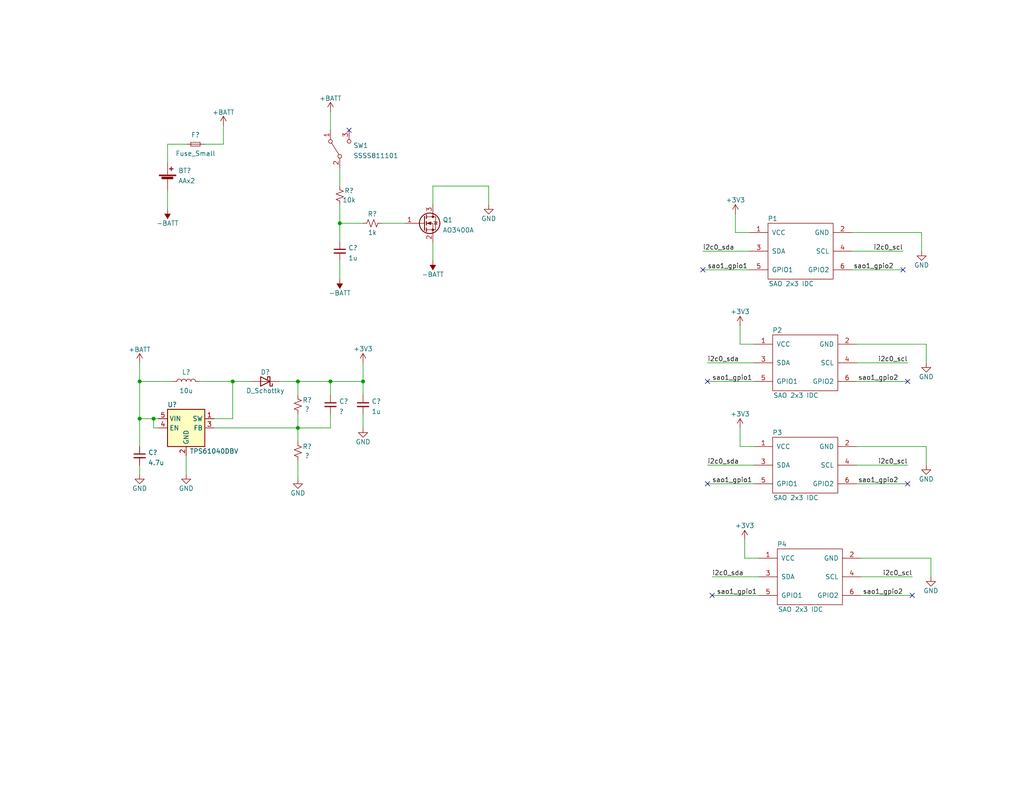
<source format=kicad_sch>
(kicad_sch (version 20211123) (generator eeschema)
  (paper "USLetter")
  (title_block (title "Hello it's meeeeeeeeee") (date "2022-04-12"))
  (lib_symbols
    (symbol "Device:Battery_Cell" (pin_numbers hide) (pin_names (offset 0) hide)
      (property "Reference" "BT" (at 2.54 2.54 0))
      (property "Value" "Battery_Cell" (at 2.54 0 0))
      (symbol "Battery_Cell_0_1"
        (rectangle (start -2.286 1.778) (end 2.286 1.524) (fill (type outline)))
        (rectangle (start -1.5748 1.1938) (end 1.4732 0.6858) (fill (type outline)))
        (polyline (pts (xy 0 0.762) (xy 0 0)))
        (polyline (pts (xy 0 1.778) (xy 0 2.54)))
        (polyline (pts (xy 0.508 3.429) (xy 1.524 3.429)) (stroke (width 0.254)))
        (polyline (pts (xy 1.016 3.937) (xy 1.016 2.921)) (stroke (width 0.254)))
      )
      (symbol "Battery_Cell_1_1"
        (pin passive line (at 0 5.08 270) (length 2.54) (name "+") (number "1"))
        (pin passive line (at 0 -2.54 90) (length 2.54) (name "-") (number "2"))
      )
    )
    (symbol "Device:C_Small" (pin_numbers hide) (pin_names (offset 0.254) hide)
      (property "Reference" "C" (at 0.254 1.778 0))
      (property "Value" "C_Small" (at 0.254 -2.032 0))
      (symbol "C_Small_0_1"
        (polyline (pts (xy -1.524 -0.508) (xy 1.524 -0.508)) (stroke (width 0.3302)))
        (polyline (pts (xy -1.524 0.508) (xy 1.524 0.508)) (stroke (width 0.3048)))
      )
      (symbol "C_Small_1_1"
        (pin passive line (at 0 2.54 270) (length 2.032) (name "~") (number "1"))
        (pin passive line (at 0 -2.54 90) (length 2.032) (name "~") (number "2"))
      )
    )
    (symbol "Device:D_Schottky" (pin_numbers hide) (pin_names (offset 1.016) hide)
      (property "Reference" "D" (at 0 2.54 0))
      (property "Value" "D_Schottky" (at 0 -2.54 0))
      (symbol "D_Schottky_0_1"
        (polyline (pts (xy 1.27 0) (xy -1.27 0)))
        (polyline (pts (xy 1.27 1.27) (xy 1.27 -1.27) (xy -1.27 0) (xy 1.27 1.27)) (stroke (width 0.254)))
        (polyline (pts (xy -1.905 0.635) (xy -1.905 1.27) (xy -1.27 1.27) (xy -1.27 -1.27) (xy -0.635 -1.27) (xy -0.635 -0.635)) (stroke (width 0.254)))
      )
      (symbol "D_Schottky_1_1"
        (pin passive line (at -3.81 0 0) (length 2.54) (name "K") (number "1"))
        (pin passive line (at 3.81 0 180) (length 2.54) (name "A") (number "2"))
      )
    )
    (symbol "Device:Fuse_Small" (pin_numbers hide) (pin_names (offset 0.254) hide)
      (property "Reference" "F" (at 0 -1.524 0))
      (property "Value" "Fuse_Small" (at 0 1.524 0))
      (symbol "Fuse_Small_0_1"
        (rectangle (start -1.27 0.508) (end 1.27 -0.508))
        (polyline (pts (xy -1.27 0) (xy 1.27 0)))
      )
      (symbol "Fuse_Small_1_1"
        (pin passive line (at -2.54 0 0) (length 1.27) (name "~") (number "1"))
        (pin passive line (at 2.54 0 180) (length 1.27) (name "~") (number "2"))
      )
    )
    (symbol "Device:L" (pin_numbers hide) (pin_names (offset 1.016) hide)
      (property "Reference" "L" (at -1.27 0 90))
      (property "Value" "L" (at 1.905 0 90))
      (symbol "L_0_1"
        (arc (start 0 -2.54) (mid 0.635 -1.905) (end 0 -1.27))
        (arc (start 0 -1.27) (mid 0.635 -0.635) (end 0 0))
        (arc (start 0 0) (mid 0.635 0.635) (end 0 1.27))
        (arc (start 0 1.27) (mid 0.635 1.905) (end 0 2.54))
      )
      (symbol "L_1_1"
        (pin passive line (at 0 3.81 270) (length 1.27) (name "1") (number "1"))
        (pin passive line (at 0 -3.81 90) (length 1.27) (name "2") (number "2"))
      )
    )
    (symbol "Device:R_Small_US" (pin_numbers hide) (pin_names (offset 0.254) hide)
      (property "Reference" "R" (at 0.762 0.508 0))
      (property "Value" "R_Small_US" (at 0.762 -1.016 0))
      (symbol "R_Small_US_1_1"
        (polyline (pts (xy 0 0) (xy 1.016 -0.381) (xy 0 -0.762) (xy -1.016 -1.143) (xy 0 -1.524)))
        (polyline (pts (xy 0 1.524) (xy 1.016 1.143) (xy 0 0.762) (xy -1.016 0.381) (xy 0 0)))
        (pin passive line (at 0 2.54 270) (length 1.016) (name "~") (number "1"))
        (pin passive line (at 0 -2.54 90) (length 1.016) (name "~") (number "2"))
      )
    )
    (symbol "Regulator_Switching:TPS61040DBV"
      (property "Reference" "U" (at -5.08 6.35 0))
      (property "Value" "TPS61040DBV" (at 0 6.35 0))
      (symbol "TPS61040DBV_0_1"
        (rectangle (start -5.08 5.08) (end 5.08 -5.08) (stroke (width 0.254)) (fill (type background)))
      )
      (symbol "TPS61040DBV_1_1"
        (pin power_out line (at 7.62 2.54 180) (length 2.54) (name "SW") (number "1"))
        (pin power_in line (at 0 -7.62 90) (length 2.54) (name "GND") (number "2"))
        (pin input line (at 7.62 0 180) (length 2.54) (name "FB") (number "3"))
        (pin input line (at -7.62 0 0) (length 2.54) (name "EN") (number "4"))
        (pin power_in line (at -7.62 2.54 0) (length 2.54) (name "VIN") (number "5"))
      )
    )
    (symbol "Switch:SW_SPDT" (pin_names (offset 0) hide)
      (property "Reference" "SW" (at 0 4.318 0))
      (property "Value" "SW_SPDT" (at 0 -5.08 0))
      (symbol "SW_SPDT_0_0"
        (circle (center -2.032 0) (radius 0.508))
        (circle (center 2.032 -2.54) (radius 0.508))
      )
      (symbol "SW_SPDT_0_1"
        (polyline (pts (xy -1.524 0.254) (xy 1.651 2.286)))
        (circle (center 2.032 2.54) (radius 0.508))
      )
      (symbol "SW_SPDT_1_1"
        (pin passive line (at 5.08 2.54 180) (length 2.54) (name "A") (number "1"))
        (pin passive line (at -5.08 0 0) (length 2.54) (name "B") (number "2"))
        (pin passive line (at 5.08 -2.54 180) (length 2.54) (name "C") (number "3"))
      )
    )
    (symbol "Transistor_FET:AO3400A" (pin_names hide)
      (property "Reference" "Q" (at 5.08 1.905 0))
      (property "Value" "AO3400A" (at 5.08 0 0))
      (symbol "AO3400A_0_1"
        (polyline (pts (xy 0.254 0) (xy -2.54 0)))
        (polyline (pts (xy 0.254 1.905) (xy 0.254 -1.905)) (stroke (width 0.254)))
        (polyline (pts (xy 0.762 -1.27) (xy 0.762 -2.286)) (stroke (width 0.254)))
        (polyline (pts (xy 0.762 0.508) (xy 0.762 -0.508)) (stroke (width 0.254)))
        (polyline (pts (xy 0.762 2.286) (xy 0.762 1.27)) (stroke (width 0.254)))
        (polyline (pts (xy 2.54 2.54) (xy 2.54 1.778)))
        (polyline (pts (xy 2.54 -2.54) (xy 2.54 0) (xy 0.762 0)))
        (polyline (pts (xy 0.762 -1.778) (xy 3.302 -1.778) (xy 3.302 1.778) (xy 0.762 1.778)))
        (polyline (pts (xy 1.016 0) (xy 2.032 0.381) (xy 2.032 -0.381) (xy 1.016 0)) (fill (type outline)))
        (polyline (pts (xy 2.794 0.508) (xy 2.921 0.381) (xy 3.683 0.381) (xy 3.81 0.254)))
        (polyline (pts (xy 3.302 0.381) (xy 2.921 -0.254) (xy 3.683 -0.254) (xy 3.302 0.381)))
        (circle (center 1.651 0) (radius 2.794) (stroke (width 0.254)))
        (circle (center 2.54 -1.778) (radius 0.254) (fill (type outline)))
        (circle (center 2.54 1.778) (radius 0.254) (fill (type outline)))
      )
      (symbol "AO3400A_1_1"
        (pin input line (at -5.08 0 0) (length 2.54) (name "G") (number "1"))
        (pin passive line (at 2.54 -5.08 90) (length 2.54) (name "S") (number "2"))
        (pin passive line (at 2.54 5.08 270) (length 2.54) (name "D") (number "3"))
      )
    )
    (symbol "badgelife_shitty_addon_v169bis:Badgelife_sao_connector_v169bis" (pin_names (offset 1.016))
      (property "Reference" "X" (at 0 0 0))
      (property "Value" "Badgelife_sao_connector_v169bis" (at 0 20.32 0))
      (symbol "Badgelife_sao_connector_v169bis_0_1"
        (rectangle (start -7.62 8.89) (end 7.62 -8.89))
      )
      (symbol "Badgelife_sao_connector_v169bis_1_1"
        (pin input line (at -5.08 13.97 270) (length 5.08) (name "VCC") (number "1"))
        (pin input line (at -5.08 -13.97 90) (length 5.08) (name "GND") (number "2"))
        (pin input line (at 0 13.97 270) (length 5.08) (name "SDA") (number "3"))
        (pin input line (at 0 -13.97 90) (length 5.08) (name "SCL") (number "4"))
        (pin input line (at 5.08 13.97 270) (length 5.08) (name "GPIO1") (number "5"))
        (pin input line (at 5.08 -13.97 90) (length 5.08) (name "GPIO2") (number "6"))
      )
    )
    (symbol "power:+3V3" (power) (pin_names (offset 0))
      (property "Value" "+3V3" (at 0 3.556 0))
      (symbol "+3V3_0_1"
        (polyline (pts (xy -0.762 1.27) (xy 0 2.54)))
        (polyline (pts (xy 0 0) (xy 0 2.54)))
        (polyline (pts (xy 0 2.54) (xy 0.762 1.27)))
      )
      (symbol "+3V3_1_1"
        (pin power_in line (at 0 0 90) (length 0) hide (name "+3V3") (number "1"))
      )
    )
    (symbol "power:+BATT" (power) (pin_names (offset 0))
      (property "Value" "+BATT" (at 0 3.556 0))
      (symbol "+BATT_0_1"
        (polyline (pts (xy -0.762 1.27) (xy 0 2.54)))
        (polyline (pts (xy 0 0) (xy 0 2.54)))
        (polyline (pts (xy 0 2.54) (xy 0.762 1.27)))
      )
      (symbol "+BATT_1_1"
        (pin power_in line (at 0 0 90) (length 0) hide (name "+BATT") (number "1"))
      )
    )
    (symbol "power:-BATT" (power) (pin_names (offset 0))
      (property "Value" "-BATT" (at 0 3.556 0))
      (symbol "-BATT_0_1"
        (polyline (pts (xy 0 0) (xy 0 2.54)))
        (polyline (pts (xy 0.762 1.27) (xy -0.762 1.27) (xy 0 2.54) (xy 0.762 1.27)) (fill (type outline)))
      )
      (symbol "-BATT_1_1"
        (pin power_in line (at 0 0 90) (length 0) hide (name "-BATT") (number "1"))
      )
    )
    (symbol "power:GND" (power) (pin_names (offset 0))
      (property "Value" "GND" (at 0 -3.81 0))
      (symbol "GND_0_1"
        (polyline (pts (xy 0 0) (xy 0 -1.27) (xy 1.27 -1.27) (xy 0 -2.54) (xy -1.27 -1.27) (xy 0 -1.27)))
      )
      (symbol "GND_1_1"
        (pin power_in line (at 0 0 270) (length 0) hide (name "GND") (number "1"))
      )
    )
  )
  (junction (at 38.1 104.14))
  (junction (at 41.91 114.3))
  (junction (at 90.17 104.14))
  (junction (at 81.28 104.14))
  (junction (at 63.5 104.14))
  (junction (at 38.1 114.3))
  (junction (at 99.06 104.14))
  (junction (at 81.28 116.84))
  (junction (at 92.71 60.96))
  (no_connect (at 248.92 162.56))
  (no_connect (at 246.38 73.66))
  (no_connect (at 191.77 73.66))
  (no_connect (at 95.25 35.56))
  (no_connect (at 247.65 104.14))
  (no_connect (at 193.04 104.14))
  (no_connect (at 193.04 132.08))
  (no_connect (at 247.65 132.08))
  (no_connect (at 194.31 162.56))
  (wire (pts (xy 99.06 99.06) (xy 99.06 104.14)))
  (wire (pts (xy 234.95 162.56) (xy 248.92 162.56)))
  (wire (pts (xy 60.96 39.37) (xy 55.88 39.37)))
  (wire (pts (xy 252.73 99.06) (xy 252.73 93.98)))
  (wire (pts (xy 201.93 93.98) (xy 205.74 93.98)))
  (wire (pts (xy 200.66 58.42) (xy 200.66 63.5)))
  (wire (pts (xy 58.42 116.84) (xy 81.28 116.84)))
  (wire (pts (xy 233.68 121.92) (xy 252.73 121.92)))
  (wire (pts (xy 193.04 127) (xy 205.74 127)))
  (wire (pts (xy 38.1 114.3) (xy 41.91 114.3)))
  (wire (pts (xy 191.77 73.66) (xy 204.47 73.66)))
  (wire (pts (xy 200.66 63.5) (xy 204.47 63.5)))
  (wire (pts (xy 233.68 99.06) (xy 247.65 99.06)))
  (wire (pts (xy 203.2 147.32) (xy 203.2 152.4)))
  (wire (pts (xy 38.1 127) (xy 38.1 129.54)))
  (wire (pts (xy 60.96 34.29) (xy 60.96 39.37)))
  (wire (pts (xy 194.31 157.48) (xy 207.01 157.48)))
  (wire (pts (xy 81.28 104.14) (xy 81.28 107.95)))
  (wire (pts (xy 38.1 104.14) (xy 46.99 104.14)))
  (wire (pts (xy 99.06 116.84) (xy 99.06 113.03)))
  (wire (pts (xy 90.17 30.48) (xy 90.17 35.56)))
  (wire (pts (xy 193.04 104.14) (xy 205.74 104.14)))
  (wire (pts (xy 201.93 88.9) (xy 201.93 93.98)))
  (wire (pts (xy 201.93 121.92) (xy 205.74 121.92)))
  (wire (pts (xy 81.28 104.14) (xy 90.17 104.14)))
  (wire (pts (xy 232.41 63.5) (xy 251.46 63.5)))
  (wire (pts (xy 232.41 73.66) (xy 246.38 73.66)))
  (wire (pts (xy 194.31 162.56) (xy 207.01 162.56)))
  (wire (pts (xy 54.61 104.14) (xy 63.5 104.14)))
  (wire (pts (xy 92.71 60.96) (xy 99.06 60.96)))
  (wire (pts (xy 118.11 66.04) (xy 118.11 71.12)))
  (wire (pts (xy 104.14 60.96) (xy 110.49 60.96)))
  (wire (pts (xy 45.72 52.07) (xy 45.72 57.15)))
  (wire (pts (xy 133.35 55.88) (xy 133.35 50.8)))
  (wire (pts (xy 41.91 114.3) (xy 43.18 114.3)))
  (wire (pts (xy 58.42 114.3) (xy 63.5 114.3)))
  (wire (pts (xy 38.1 99.06) (xy 38.1 104.14)))
  (wire (pts (xy 251.46 68.58) (xy 251.46 63.5)))
  (wire (pts (xy 90.17 107.95) (xy 90.17 104.14)))
  (wire (pts (xy 233.68 132.08) (xy 247.65 132.08)))
  (wire (pts (xy 90.17 113.03) (xy 90.17 116.84)))
  (wire (pts (xy 90.17 104.14) (xy 99.06 104.14)))
  (wire (pts (xy 234.95 157.48) (xy 248.92 157.48)))
  (wire (pts (xy 63.5 104.14) (xy 68.58 104.14)))
  (wire (pts (xy 92.71 45.72) (xy 92.71 50.8)))
  (wire (pts (xy 38.1 104.14) (xy 38.1 114.3)))
  (wire (pts (xy 193.04 132.08) (xy 205.74 132.08)))
  (wire (pts (xy 81.28 116.84) (xy 81.28 120.65)))
  (wire (pts (xy 99.06 104.14) (xy 99.06 107.95)))
  (wire (pts (xy 43.18 116.84) (xy 41.91 116.84)))
  (wire (pts (xy 234.95 152.4) (xy 254 152.4)))
  (wire (pts (xy 63.5 114.3) (xy 63.5 104.14)))
  (wire (pts (xy 232.41 68.58) (xy 246.38 68.58)))
  (wire (pts (xy 203.2 152.4) (xy 207.01 152.4)))
  (wire (pts (xy 90.17 116.84) (xy 81.28 116.84)))
  (wire (pts (xy 92.71 60.96) (xy 92.71 66.04)))
  (wire (pts (xy 81.28 125.73) (xy 81.28 130.81)))
  (wire (pts (xy 233.68 127) (xy 247.65 127)))
  (wire (pts (xy 252.73 127) (xy 252.73 121.92)))
  (wire (pts (xy 92.71 71.12) (xy 92.71 76.2)))
  (wire (pts (xy 41.91 114.3) (xy 41.91 116.84)))
  (wire (pts (xy 118.11 50.8) (xy 118.11 55.88)))
  (wire (pts (xy 193.04 99.06) (xy 205.74 99.06)))
  (wire (pts (xy 201.93 116.84) (xy 201.93 121.92)))
  (wire (pts (xy 38.1 114.3) (xy 38.1 121.92)))
  (wire (pts (xy 191.77 68.58) (xy 204.47 68.58)))
  (wire (pts (xy 133.35 50.8) (xy 118.11 50.8)))
  (wire (pts (xy 254 157.48) (xy 254 152.4)))
  (wire (pts (xy 81.28 104.14) (xy 76.2 104.14)))
  (wire (pts (xy 50.8 124.46) (xy 50.8 129.54)))
  (wire (pts (xy 81.28 113.03) (xy 81.28 116.84)))
  (wire (pts (xy 45.72 39.37) (xy 50.8 39.37)))
  (wire (pts (xy 233.68 104.14) (xy 247.65 104.14)))
  (wire (pts (xy 45.72 44.45) (xy 45.72 39.37)))
  (wire (pts (xy 233.68 93.98) (xy 252.73 93.98)))
  (wire (pts (xy 92.71 55.88) (xy 92.71 60.96)))
  (label "i2c0_sda" (at 193.04 99.06 0))
  (label "i2c0_sda" (at 194.31 157.48 0))
  (label "sao1_gpio1" (at 195.58 162.56 0))
  (label "sao1_gpio1" (at 193.04 73.66 0))
  (label "sao1_gpio2" (at 243.84 73.66 180))
  (label "sao1_gpio2" (at 245.11 104.14 180))
  (label "sao1_gpio2" (at 246.38 162.56 180))
  (label "i2c0_scl" (at 247.65 127 180))
  (label "i2c0_scl" (at 246.38 68.58 180))
  (label "i2c0_scl" (at 248.92 157.48 180))
  (label "sao1_gpio2" (at 245.11 132.08 180))
  (label "sao1_gpio1" (at 194.31 132.08 0))
  (label "i2c0_sda" (at 193.04 127 0))
  (label "i2c0_scl" (at 247.65 99.06 180))
  (label "sao1_gpio1" (at 194.31 104.14 0))
  (label "i2c0_sda" (at 191.77 68.58 0))
  (symbol (lib_id "power:GND") (at 99.06 116.84 0) (unit 1)
    (property "Reference" "#PWR?" (effects hide))
    (property "Value" "GND" (at 99.06 120.65 0))
  )
  (symbol (lib_id "Device:Battery_Cell") (at 45.72 49.53 0) (unit 1)
    (property "Reference" "BT?" (at 48.641 46.5895 0) (effects (justify left)))
    (property "Value" "AAx2" (at 48.641 49.3646 0) (effects (justify left)))
    (property "digi" "BC2AAPC" (effects hide))
  )
  (symbol (lib_id "power:+3V3") (at 201.93 88.9 0) (unit 1)
    (property "Reference" "#PWR?" (effects hide))
    (property "Value" "+3V3" (at 201.93 85.09 0))
  )
  (symbol (lib_id "Device:R_Small_US") (at 81.28 110.49 0) (unit 1)
    (property "Reference" "R?" (at 83.82 109.22 0))
    (property "Value" "?" (at 83.82 111.76 0))
    (property "Footprint" "Resistor_SMD:R_0402_1005Metric" (effects hide))
  )
  (symbol (lib_id "power:+3V3") (at 99.06 99.06 0) (unit 1)
    (property "Reference" "#PWR?" (effects hide))
    (property "Value" "+3V3" (at 99.06 95.25 0))
  )
  (symbol (lib_id "power:-BATT") (at 92.71 76.2 180) (unit 1)
    (property "Reference" "#PWR?" (effects hide))
    (property "Value" "-BATT" (at 92.71 80.01 0))
  )
  (symbol (lib_id "badgelife_shitty_addon_v169bis:Badgelife_sao_connector_v169bis") (at 219.71 127 90) (mirror x) (unit 1)
    (property "Reference" "P3" (at 212.09 118.11 90))
    (property "Value" "SAO 2x3 IDC" (at 217.17 135.89 90))
    (property "Footprint" "ftp:Badgelife-SAOv169-BADGE-2x3" (effects hide))
    (property "lcsc" "C11214" (effects hide))
  )
  (symbol (lib_id "Device:C_Small") (at 38.1 124.46 0) (unit 1)
    (property "Reference" "C?" (at 40.4241 123.5578 0) (effects (justify left)))
    (property "Value" "4.7u" (at 40.4241 126.3329 0) (effects (justify left)))
    (property "Footprint" "Capacitor_SMD:C_0402_1005Metric" (effects hide))
    (property "lcsc" "C23733" (effects hide))
  )
  (symbol (lib_id "power:GND") (at 50.8 129.54 0) (unit 1)
    (property "Reference" "#PWR?" (effects hide))
    (property "Value" "GND" (at 50.8 133.35 0))
  )
  (symbol (lib_id "power:GND") (at 133.35 55.88 0) (unit 1)
    (property "Reference" "#PWR?" (effects hide))
    (property "Value" "GND" (at 133.35 59.69 0))
  )
  (symbol (lib_id "power:GND") (at 251.46 68.58 0) (unit 1)
    (property "Reference" "#PWR?" (effects hide))
    (property "Value" "GND" (at 251.46 72.39 0))
  )
  (symbol (lib_id "power:GND") (at 252.73 127 0) (unit 1)
    (property "Reference" "#PWR?" (effects hide))
    (property "Value" "GND" (at 252.73 130.81 0))
  )
  (symbol (lib_id "power:GND") (at 81.28 130.81 0) (unit 1)
    (property "Reference" "#PWR?" (effects hide))
    (property "Value" "GND" (at 81.28 134.62 0))
  )
  (symbol (lib_id "Regulator_Switching:TPS61040DBV") (at 50.8 116.84 0) (unit 1)
    (property "Reference" "U?" (at 46.99 110.49 0))
    (property "Value" "TPS61040DBV" (at 58.42 123.19 0))
    (property "Footprint" "Package_TO_SOT_SMD:SOT-23-5" (effects hide))
    (property "Datasheet" "http://www.ti.com/lit/ds/symlink/tps61040.pdf" (effects hide))
  )
  (symbol (lib_id "Device:R_Small_US") (at 81.28 123.19 0) (unit 1)
    (property "Reference" "R?" (at 83.82 121.92 0))
    (property "Value" "?" (at 83.82 124.46 0))
    (property "Footprint" "Resistor_SMD:R_0402_1005Metric" (effects hide))
  )
  (symbol (lib_id "power:+3V3") (at 203.2 147.32 0) (unit 1)
    (property "Reference" "#PWR?" (effects hide))
    (property "Value" "+3V3" (at 203.2 143.51 0))
  )
  (symbol (lib_id "power:GND") (at 252.73 99.06 0) (unit 1)
    (property "Reference" "#PWR?" (effects hide))
    (property "Value" "GND" (at 252.73 102.87 0))
  )
  (symbol (lib_id "Device:C_Small") (at 92.71 68.58 0) (unit 1)
    (property "Reference" "C?" (at 95.0341 67.6778 0) (effects (justify left)))
    (property "Value" "1u" (at 95.0341 70.4529 0) (effects (justify left)))
    (property "Footprint" "Capacitor_SMD:C_0402_1005Metric" (effects hide))
    (property "lcsc" "C52923" (effects hide))
  )
  (symbol (lib_id "Device:R_Small_US") (at 92.71 53.34 0) (unit 1)
    (property "Reference" "R?" (at 95.25 52.07 0))
    (property "Value" "10k" (at 95.25 54.61 0))
    (property "Footprint" "Resistor_SMD:R_0402_1005Metric" (effects hide))
    (property "lcsc" "C25744" (effects hide))
  )
  (symbol (lib_id "Device:L") (at 50.8 104.14 90) (unit 1)
    (property "Reference" "L?" (at 50.8 101.6 90))
    (property "Value" "10u" (at 50.8 106.68 90))
  )
  (symbol (lib_id "power:+BATT") (at 60.96 34.29 0) (unit 1)
    (property "Reference" "#PWR?" (effects hide))
    (property "Value" "+BATT" (at 60.96 30.6855 0))
  )
  (symbol (lib_id "Device:C_Small") (at 90.17 110.49 0) (unit 1)
    (property "Reference" "C?" (at 92.4941 109.5878 0) (effects (justify left)))
    (property "Value" "?" (at 92.4941 112.3629 0) (effects (justify left)))
    (property "Footprint" "Capacitor_SMD:C_0402_1005Metric" (effects hide))
    (property "lcsc" "C52923" (effects hide))
  )
  (symbol (lib_id "power:-BATT") (at 118.11 71.12 180) (unit 1)
    (property "Reference" "#PWR?" (effects hide))
    (property "Value" "-BATT" (at 118.11 74.93 0))
  )
  (symbol (lib_id "power:GND") (at 254 157.48 0) (unit 1)
    (property "Reference" "#PWR?" (effects hide))
    (property "Value" "GND" (at 254 161.29 0))
  )
  (symbol (lib_id "Device:R_Small_US") (at 101.6 60.96 90) (unit 1)
    (property "Reference" "R?" (at 101.6 58.42 90))
    (property "Value" "1k" (at 101.6 63.5 90))
    (property "Footprint" "Resistor_SMD:R_0402_1005Metric" (effects hide))
    (property "lcsc" "C11702" (effects hide))
  )
  (symbol (lib_id "Device:Fuse_Small") (at 53.34 39.37 0) (unit 1)
    (property "Reference" "F?" (at 53.34 36.83 0))
    (property "Value" "Fuse_Small" (at 53.34 41.91 0))
  )
  (symbol (lib_id "badgelife_shitty_addon_v169bis:Badgelife_sao_connector_v169bis") (at 219.71 99.06 90) (mirror x) (unit 1)
    (property "Reference" "P2" (at 212.09 90.17 90))
    (property "Value" "SAO 2x3 IDC" (at 217.17 107.95 90))
    (property "Footprint" "ftp:Badgelife-SAOv169-BADGE-2x3" (effects hide))
    (property "lcsc" "C11214" (effects hide))
  )
  (symbol (lib_id "power:GND") (at 38.1 129.54 0) (unit 1)
    (property "Reference" "#PWR?" (effects hide))
    (property "Value" "GND" (at 38.1 133.35 0))
  )
  (symbol (lib_id "Device:C_Small") (at 99.06 110.49 0) (unit 1)
    (property "Reference" "C?" (at 101.3841 109.5878 0) (effects (justify left)))
    (property "Value" "1u" (at 101.3841 112.3629 0) (effects (justify left)))
    (property "Footprint" "Capacitor_SMD:C_0402_1005Metric" (effects hide))
    (property "lcsc" "C52923" (effects hide))
  )
  (symbol (lib_id "power:+3V3") (at 201.93 116.84 0) (unit 1)
    (property "Reference" "#PWR?" (effects hide))
    (property "Value" "+3V3" (at 201.93 113.03 0))
  )
  (symbol (lib_id "Transistor_FET:AO3400A") (at 115.57 60.96 0) (unit 1)
    (property "Reference" "Q1" (at 120.777 60.0515 0) (effects (justify left)))
    (property "Value" "AO3400A" (at 120.777 62.8266 0) (effects (justify left)))
    (property "Footprint" "Package_TO_SOT_SMD:SOT-23" (effects hide))
    (property "Datasheet" "http://www.aosmd.com/pdfs/datasheet/AO3400A.pdf" (effects hide))
    (property "lcsc" "C20917" (effects hide))
  )
  (symbol (lib_id "Device:D_Schottky") (at 72.39 104.14 180) (unit 1)
    (property "Reference" "D?" (at 72.39 101.6 0))
    (property "Value" "D_Schottky" (at 72.39 106.68 0))
  )
  (symbol (lib_id "Switch:SW_SPDT") (at 92.71 40.64 90) (unit 1)
    (property "Reference" "SW1" (at 96.393 39.7315 90) (effects (justify right)))
    (property "Value" "SSSS811101" (at 96.393 42.5066 90) (effects (justify right)))
    (property "lcsc" " C109335" (effects hide))
  )
  (symbol (lib_id "power:+BATT") (at 38.1 99.06 0) (unit 1)
    (property "Reference" "#PWR?" (effects hide))
    (property "Value" "+BATT" (at 38.1 95.4555 0))
  )
  (symbol (lib_id "badgelife_shitty_addon_v169bis:Badgelife_sao_connector_v169bis") (at 218.44 68.58 90) (mirror x) (unit 1)
    (property "Reference" "P1" (at 210.82 59.69 90))
    (property "Value" "SAO 2x3 IDC" (at 215.9 77.47 90))
    (property "Footprint" "ftp:Badgelife-SAOv169-BADGE-2x3" (effects hide))
    (property "lcsc" "C11214" (effects hide))
  )
  (symbol (lib_id "power:-BATT") (at 45.72 57.15 180) (unit 1)
    (property "Reference" "#PWR?" (effects hide))
    (property "Value" "-BATT" (at 45.72 60.96 0))
  )
  (symbol (lib_id "power:+3V3") (at 200.66 58.42 0) (unit 1)
    (property "Reference" "#PWR?" (effects hide))
    (property "Value" "+3V3" (at 200.66 54.61 0))
  )
  (symbol (lib_id "badgelife_shitty_addon_v169bis:Badgelife_sao_connector_v169bis") (at 220.98 157.48 90) (mirror x) (unit 1)
    (property "Reference" "P4" (at 213.36 148.59 90))
    (property "Value" "SAO 2x3 IDC" (at 218.44 166.37 90))
    (property "Footprint" "ftp:Badgelife-SAOv169-BADGE-2x3" (effects hide))
    (property "lcsc" "C11214" (effects hide))
  )
  (symbol (lib_id "power:+BATT") (at 90.17 30.48 0) (unit 1)
    (property "Reference" "#PWR?" (effects hide))
    (property "Value" "+BATT" (at 90.17 26.8755 0))
  )
)
</source>
